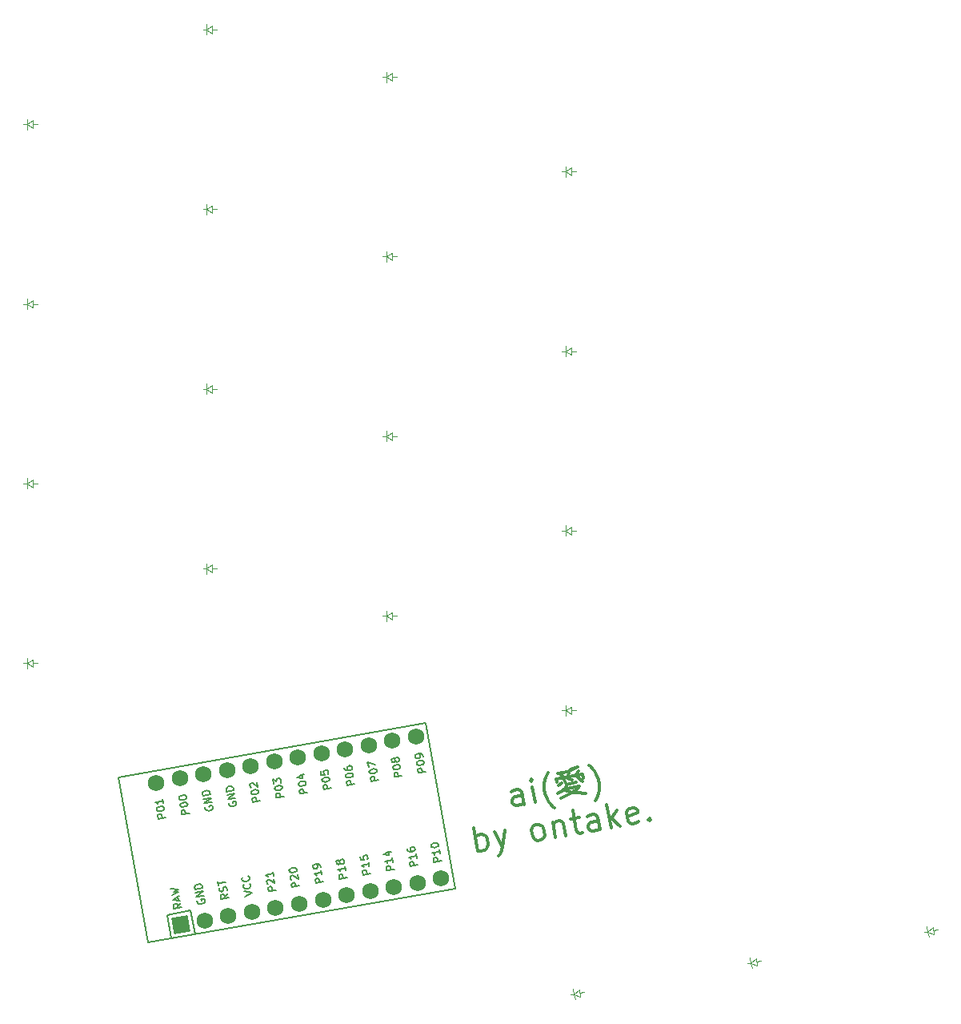
<source format=gbr>
%TF.GenerationSoftware,KiCad,Pcbnew,(6.0.4)*%
%TF.CreationDate,2022-07-19T16:53:05+02:00*%
%TF.ProjectId,macropad_routed_rounded_jlc,6d616372-6f70-4616-945f-726f75746564,v1.0.0*%
%TF.SameCoordinates,Original*%
%TF.FileFunction,Legend,Top*%
%TF.FilePolarity,Positive*%
%FSLAX46Y46*%
G04 Gerber Fmt 4.6, Leading zero omitted, Abs format (unit mm)*
G04 Created by KiCad (PCBNEW (6.0.4)) date 2022-07-19 16:53:05*
%MOMM*%
%LPD*%
G01*
G04 APERTURE LIST*
G04 Aperture macros list*
%AMRotRect*
0 Rectangle, with rotation*
0 The origin of the aperture is its center*
0 $1 length*
0 $2 width*
0 $3 Rotation angle, in degrees counterclockwise*
0 Add horizontal line*
21,1,$1,$2,0,0,$3*%
G04 Aperture macros list end*
%ADD10C,0.300000*%
%ADD11C,0.150000*%
%ADD12C,0.100000*%
%ADD13RotRect,1.752600X1.752600X10.000000*%
%ADD14C,1.752600*%
G04 APERTURE END LIST*
D10*
X123368000Y-150022016D02*
X123140603Y-148732387D01*
X122982020Y-148518581D01*
X122726869Y-148442687D01*
X122257913Y-148525377D01*
X122044107Y-148683961D01*
X123347327Y-149904777D02*
X123133522Y-150063361D01*
X122547327Y-150166723D01*
X122292176Y-150090829D01*
X122133592Y-149877023D01*
X122092248Y-149642545D01*
X122168142Y-149387395D01*
X122381947Y-149228811D01*
X122968143Y-149125449D01*
X123181948Y-148966865D01*
X124540390Y-149815292D02*
X124250976Y-148173946D01*
X124106270Y-147353273D02*
X124009703Y-147491184D01*
X124147614Y-147587751D01*
X124244181Y-147449839D01*
X124106270Y-147353273D01*
X124147614Y-147587751D01*
X126581593Y-150422446D02*
X126443682Y-150325879D01*
X126147187Y-150015507D01*
X125988603Y-149801701D01*
X125809347Y-149470657D01*
X125588746Y-148905134D01*
X125506056Y-148436178D01*
X125519933Y-147829311D01*
X125575155Y-147456921D01*
X125651049Y-147201771D01*
X125823510Y-146808709D01*
X125920077Y-146670797D01*
X127830164Y-147905491D02*
X128885315Y-147719439D01*
X127561137Y-148436464D02*
X129202483Y-148147051D01*
X126768218Y-147367436D02*
X126830235Y-147719153D01*
X126768218Y-147367436D02*
X129581954Y-146871298D01*
X129643971Y-147223015D01*
X127154484Y-146815790D02*
X127430307Y-147008924D01*
X129037104Y-147209138D02*
X129588749Y-147595405D01*
X129147547Y-146464360D02*
X128761281Y-147016005D01*
X127319863Y-147753703D02*
X127009491Y-148050198D01*
X127630235Y-147457207D02*
X127830164Y-147905491D01*
X127961280Y-147277951D02*
X128471581Y-147429739D01*
X127850836Y-148022730D02*
X127678376Y-148415792D01*
X126919720Y-148912216D01*
X129105916Y-148284962D02*
X128464499Y-148760713D01*
X127236887Y-149339827D01*
X127699048Y-148533031D02*
X128464499Y-148760713D01*
X128954128Y-148795263D01*
X129933385Y-148864362D01*
X129085530Y-146112642D02*
X128285529Y-146374588D01*
X129085530Y-146112642D02*
X127954485Y-146553845D01*
X126899334Y-146739896D01*
X128092396Y-146650411D02*
X128037174Y-147022801D01*
X130919437Y-149657567D02*
X131016004Y-149519656D01*
X131188465Y-149126594D01*
X131264359Y-148871443D01*
X131319581Y-148499054D01*
X131333458Y-147892186D01*
X131250768Y-147423230D01*
X131030167Y-146857708D01*
X130850911Y-146526663D01*
X130692327Y-146312857D01*
X130395832Y-146002485D01*
X130257920Y-145905918D01*
X118498080Y-154967806D02*
X118063960Y-152505787D01*
X118229339Y-153443699D02*
X118443145Y-153285115D01*
X118912101Y-153202426D01*
X119167251Y-153278320D01*
X119305163Y-153374886D01*
X119463747Y-153588692D01*
X119587781Y-154292126D01*
X119511887Y-154547277D01*
X119415320Y-154685188D01*
X119201515Y-154843772D01*
X118732558Y-154926462D01*
X118477408Y-154850567D01*
X120201730Y-152975029D02*
X121077339Y-154513013D01*
X121374120Y-152768305D02*
X121077339Y-154513013D01*
X120946223Y-155140553D01*
X120849656Y-155278465D01*
X120635851Y-155437049D01*
X124828987Y-153851497D02*
X124573837Y-153775602D01*
X124435926Y-153679036D01*
X124277342Y-153465230D01*
X124153307Y-152761796D01*
X124229202Y-152506646D01*
X124325768Y-152368734D01*
X124539574Y-152210150D01*
X124891291Y-152148133D01*
X125146441Y-152224027D01*
X125284353Y-152320594D01*
X125442936Y-152534400D01*
X125566971Y-153237834D01*
X125491077Y-153492984D01*
X125394510Y-153630896D01*
X125180704Y-153789479D01*
X124828987Y-153851497D01*
X126415398Y-151879392D02*
X126704812Y-153520738D01*
X126456743Y-152113870D02*
X126553309Y-151975959D01*
X126767115Y-151817375D01*
X127118832Y-151755358D01*
X127373983Y-151831252D01*
X127532566Y-152045057D01*
X127759963Y-153334687D01*
X128291222Y-151548634D02*
X129229134Y-151383254D01*
X128498233Y-150665943D02*
X128870336Y-152776245D01*
X129028920Y-152990051D01*
X129284070Y-153065945D01*
X129518548Y-153024601D01*
X131394372Y-152693842D02*
X131166976Y-151404213D01*
X131008392Y-151190407D01*
X130753242Y-151114513D01*
X130284286Y-151197203D01*
X130070480Y-151355786D01*
X131373700Y-152576603D02*
X131159894Y-152735187D01*
X130573699Y-152838549D01*
X130318549Y-152762655D01*
X130159965Y-152548849D01*
X130118620Y-152314371D01*
X130194514Y-152059221D01*
X130408320Y-151900637D01*
X130994515Y-151797275D01*
X131208321Y-151638691D01*
X132566763Y-152487118D02*
X132132642Y-150025099D01*
X132635861Y-151507861D02*
X133504675Y-152321739D01*
X133215261Y-150680393D02*
X132442728Y-151783684D01*
X135477066Y-151853069D02*
X135263260Y-152011653D01*
X134794304Y-152094342D01*
X134539154Y-152018448D01*
X134380570Y-151804643D01*
X134215190Y-150866730D01*
X134291085Y-150611580D01*
X134504890Y-150452996D01*
X134973846Y-150370307D01*
X135228997Y-150446201D01*
X135387581Y-150660006D01*
X135428925Y-150894484D01*
X134297880Y-151335687D01*
X136628783Y-151529106D02*
X136766695Y-151625673D01*
X136670128Y-151763584D01*
X136532217Y-151667017D01*
X136628783Y-151529106D01*
X136670128Y-151763584D01*
D11*
%TO.C,MCU1*%
X109621795Y-156887171D02*
X108833949Y-157026089D01*
X108781027Y-156725957D01*
X108805314Y-156644309D01*
X108836215Y-156600178D01*
X108904633Y-156549431D01*
X109017182Y-156529585D01*
X109098830Y-156553871D01*
X109142962Y-156584773D01*
X109193709Y-156653191D01*
X109246630Y-156953322D01*
X109410110Y-155686643D02*
X109489492Y-156136841D01*
X109449801Y-155911742D02*
X108661954Y-156050661D01*
X108787734Y-156105848D01*
X108875997Y-156167651D01*
X108926744Y-156236069D01*
X108765806Y-155103959D02*
X109291036Y-155011346D01*
X108498750Y-155344463D02*
X109094573Y-155432818D01*
X109008576Y-154945103D01*
X95447714Y-149638348D02*
X94659868Y-149777266D01*
X94606946Y-149477134D01*
X94631233Y-149395486D01*
X94662134Y-149351355D01*
X94730552Y-149300608D01*
X94843101Y-149280762D01*
X94924749Y-149305048D01*
X94968881Y-149335950D01*
X95019628Y-149404368D01*
X95072549Y-149704499D01*
X94494488Y-148839354D02*
X94481258Y-148764321D01*
X94505544Y-148682673D01*
X94536446Y-148638541D01*
X94604863Y-148587795D01*
X94748314Y-148523817D01*
X94935897Y-148490742D01*
X95092578Y-148501797D01*
X95174226Y-148526084D01*
X95218358Y-148556985D01*
X95269104Y-148625403D01*
X95282335Y-148700436D01*
X95258049Y-148782084D01*
X95227147Y-148826215D01*
X95158729Y-148876962D01*
X95015279Y-148940939D01*
X94827696Y-148974015D01*
X94671015Y-148962959D01*
X94589367Y-148938673D01*
X94545235Y-148907772D01*
X94494488Y-148839354D01*
X94470294Y-148263377D02*
X94426162Y-148232475D01*
X94375415Y-148164057D01*
X94342340Y-147976475D01*
X94366626Y-147894827D01*
X94397527Y-147850695D01*
X94465945Y-147799948D01*
X94540978Y-147786718D01*
X94660142Y-147804389D01*
X95189722Y-148175205D01*
X95103725Y-147687491D01*
X105453361Y-147874083D02*
X104665515Y-148013001D01*
X104612593Y-147712869D01*
X104636880Y-147631221D01*
X104667781Y-147587090D01*
X104736199Y-147536343D01*
X104848748Y-147516497D01*
X104930396Y-147540783D01*
X104974528Y-147571685D01*
X105025275Y-147640103D01*
X105078196Y-147940234D01*
X104500135Y-147075089D02*
X104486905Y-147000056D01*
X104511191Y-146918408D01*
X104542093Y-146874276D01*
X104610510Y-146823530D01*
X104753961Y-146759552D01*
X104941544Y-146726477D01*
X105098225Y-146737532D01*
X105179873Y-146761819D01*
X105224005Y-146792720D01*
X105274751Y-146861138D01*
X105287982Y-146936171D01*
X105263696Y-147017819D01*
X105232794Y-147061950D01*
X105164376Y-147112697D01*
X105020926Y-147176674D01*
X104833343Y-147209750D01*
X104676662Y-147198694D01*
X104595014Y-147174408D01*
X104550882Y-147143507D01*
X104500135Y-147075089D01*
X104334756Y-146137177D02*
X104361217Y-146287243D01*
X104411964Y-146355661D01*
X104456095Y-146386562D01*
X104581875Y-146441750D01*
X104738556Y-146452805D01*
X105038688Y-146399884D01*
X105107106Y-146349137D01*
X105138007Y-146305006D01*
X105162293Y-146223357D01*
X105135833Y-146073291D01*
X105085086Y-146004874D01*
X105040954Y-145973972D01*
X104959306Y-145949686D01*
X104771724Y-145982762D01*
X104703306Y-146033509D01*
X104672405Y-146077641D01*
X104648119Y-146159289D01*
X104674579Y-146309355D01*
X104725326Y-146377772D01*
X104769458Y-146408674D01*
X104851106Y-146432960D01*
X89631717Y-150296378D02*
X89607431Y-150378026D01*
X89627276Y-150490575D01*
X89684638Y-150596509D01*
X89772902Y-150658312D01*
X89854550Y-150682598D01*
X90011231Y-150693654D01*
X90123780Y-150673809D01*
X90267231Y-150609831D01*
X90335649Y-150559085D01*
X90397452Y-150470821D01*
X90415123Y-150351657D01*
X90401892Y-150276624D01*
X90344530Y-150170689D01*
X90300399Y-150139788D01*
X90037783Y-150186094D01*
X90064244Y-150336160D01*
X90315895Y-149788909D02*
X89528049Y-149927828D01*
X90236513Y-149338711D01*
X89448667Y-149477630D01*
X90170361Y-148963547D02*
X89382515Y-149102465D01*
X89349439Y-148914883D01*
X89367110Y-148795718D01*
X89428913Y-148707455D01*
X89497331Y-148656708D01*
X89640782Y-148592731D01*
X89753331Y-148572885D01*
X89910012Y-148583941D01*
X89991660Y-148608227D01*
X90079924Y-148670030D01*
X90137286Y-148775964D01*
X90170361Y-148963547D01*
X112123207Y-156446105D02*
X111335361Y-156585023D01*
X111282439Y-156284891D01*
X111306726Y-156203243D01*
X111337627Y-156159112D01*
X111406045Y-156108365D01*
X111518594Y-156088519D01*
X111600242Y-156112805D01*
X111644374Y-156143707D01*
X111695121Y-156212125D01*
X111748042Y-156512256D01*
X111911522Y-155245577D02*
X111990904Y-155695775D01*
X111951213Y-155470676D02*
X111163366Y-155609595D01*
X111289146Y-155664782D01*
X111377409Y-155726585D01*
X111428156Y-155795003D01*
X111004602Y-154709199D02*
X111031063Y-154859265D01*
X111081810Y-154927683D01*
X111125941Y-154958584D01*
X111251721Y-155013772D01*
X111408402Y-155024827D01*
X111708534Y-154971906D01*
X111776952Y-154921159D01*
X111807853Y-154877028D01*
X111832139Y-154795379D01*
X111805679Y-154645313D01*
X111754932Y-154576896D01*
X111710800Y-154545994D01*
X111629152Y-154521708D01*
X111441570Y-154554784D01*
X111373152Y-154605531D01*
X111342251Y-154649663D01*
X111317965Y-154731311D01*
X111344425Y-154881377D01*
X111395172Y-154949794D01*
X111439304Y-154980696D01*
X111520952Y-155004982D01*
X87943479Y-150961547D02*
X87155633Y-151100465D01*
X87102711Y-150800333D01*
X87126998Y-150718685D01*
X87157899Y-150674554D01*
X87226317Y-150623807D01*
X87338866Y-150603961D01*
X87420514Y-150628247D01*
X87464646Y-150659149D01*
X87515393Y-150727567D01*
X87568314Y-151027698D01*
X86990253Y-150162553D02*
X86977023Y-150087520D01*
X87001309Y-150005872D01*
X87032211Y-149961740D01*
X87100628Y-149910994D01*
X87244079Y-149847016D01*
X87431662Y-149813941D01*
X87588343Y-149824996D01*
X87669991Y-149849283D01*
X87714123Y-149880184D01*
X87764869Y-149948602D01*
X87778100Y-150023635D01*
X87753814Y-150105283D01*
X87722912Y-150149414D01*
X87654494Y-150200161D01*
X87511044Y-150264138D01*
X87323461Y-150297214D01*
X87166780Y-150286158D01*
X87085132Y-150261872D01*
X87041000Y-150230971D01*
X86990253Y-150162553D01*
X86857950Y-149412223D02*
X86844720Y-149337190D01*
X86869006Y-149255542D01*
X86899907Y-149211411D01*
X86968325Y-149160664D01*
X87111776Y-149096687D01*
X87299358Y-149063611D01*
X87456039Y-149074667D01*
X87537688Y-149098953D01*
X87581819Y-149129854D01*
X87632566Y-149198272D01*
X87645796Y-149273305D01*
X87621510Y-149354953D01*
X87590609Y-149399085D01*
X87522191Y-149449832D01*
X87378740Y-149513809D01*
X87191158Y-149546885D01*
X87034477Y-149535829D01*
X86952829Y-149511543D01*
X86908697Y-149480641D01*
X86857950Y-149412223D01*
X93842017Y-159766279D02*
X94583557Y-159364745D01*
X93749404Y-159241048D01*
X94336529Y-158402546D02*
X94380661Y-158433448D01*
X94438023Y-158539382D01*
X94451253Y-158614415D01*
X94433582Y-158733580D01*
X94371780Y-158821843D01*
X94303362Y-158872590D01*
X94159911Y-158936567D01*
X94047362Y-158956412D01*
X93890681Y-158945356D01*
X93809032Y-158921070D01*
X93720769Y-158859268D01*
X93663407Y-158753333D01*
X93650177Y-158678300D01*
X93667848Y-158559136D01*
X93698749Y-158515004D01*
X94197611Y-157614700D02*
X94241742Y-157645601D01*
X94299104Y-157751536D01*
X94312335Y-157826569D01*
X94294664Y-157945733D01*
X94232861Y-158033997D01*
X94164443Y-158084743D01*
X94020993Y-158148721D01*
X93908443Y-158168566D01*
X93751762Y-158157510D01*
X93670114Y-158133224D01*
X93581851Y-158071422D01*
X93524489Y-157965487D01*
X93511258Y-157890454D01*
X93528929Y-157771290D01*
X93559830Y-157727158D01*
X110456184Y-146991950D02*
X109668338Y-147130868D01*
X109615416Y-146830736D01*
X109639703Y-146749088D01*
X109670604Y-146704957D01*
X109739022Y-146654210D01*
X109851571Y-146634364D01*
X109933219Y-146658650D01*
X109977351Y-146689552D01*
X110028098Y-146757970D01*
X110081019Y-147058101D01*
X109502958Y-146192956D02*
X109489728Y-146117923D01*
X109514014Y-146036275D01*
X109544916Y-145992143D01*
X109613333Y-145941397D01*
X109756784Y-145877419D01*
X109944367Y-145844344D01*
X110101048Y-145855399D01*
X110182696Y-145879686D01*
X110226828Y-145910587D01*
X110277574Y-145979005D01*
X110290805Y-146054038D01*
X110266519Y-146135686D01*
X110235617Y-146179817D01*
X110167199Y-146230564D01*
X110023749Y-146294541D01*
X109836166Y-146327617D01*
X109679485Y-146316561D01*
X109597837Y-146292275D01*
X109553705Y-146261374D01*
X109502958Y-146192956D01*
X109714919Y-145420606D02*
X109690633Y-145502255D01*
X109659731Y-145546386D01*
X109591313Y-145597133D01*
X109553797Y-145603748D01*
X109472149Y-145579462D01*
X109428017Y-145548561D01*
X109377270Y-145480143D01*
X109350810Y-145330077D01*
X109375096Y-145248429D01*
X109405997Y-145204297D01*
X109474415Y-145153550D01*
X109511931Y-145146935D01*
X109593580Y-145171221D01*
X109637711Y-145202123D01*
X109688458Y-145270540D01*
X109714919Y-145420606D01*
X109765665Y-145489024D01*
X109809797Y-145519926D01*
X109891445Y-145544212D01*
X110041511Y-145517751D01*
X110109929Y-145467004D01*
X110140830Y-145422873D01*
X110165116Y-145341224D01*
X110138656Y-145191158D01*
X110087909Y-145122741D01*
X110043777Y-145091839D01*
X109962129Y-145067553D01*
X109812063Y-145094014D01*
X109743645Y-145144761D01*
X109712744Y-145188892D01*
X109688458Y-145270540D01*
X92019301Y-159449405D02*
X91690442Y-159778172D01*
X92098683Y-159899603D02*
X91310836Y-160038521D01*
X91257915Y-159738389D01*
X91282201Y-159656741D01*
X91313102Y-159612610D01*
X91381520Y-159561863D01*
X91494070Y-159542017D01*
X91575718Y-159566303D01*
X91619850Y-159597205D01*
X91670596Y-159665623D01*
X91723518Y-159965755D01*
X91928863Y-159155888D02*
X91946534Y-159036724D01*
X91913458Y-158849141D01*
X91862711Y-158780723D01*
X91818579Y-158749822D01*
X91736931Y-158725536D01*
X91661898Y-158738766D01*
X91593480Y-158789513D01*
X91562579Y-158833645D01*
X91538293Y-158915293D01*
X91527237Y-159071974D01*
X91502951Y-159153622D01*
X91472050Y-159197754D01*
X91403632Y-159248501D01*
X91328599Y-159261731D01*
X91246951Y-159237445D01*
X91202819Y-159206543D01*
X91152072Y-159138126D01*
X91118996Y-158950543D01*
X91136667Y-158831379D01*
X91059460Y-158612895D02*
X90980078Y-158162697D01*
X91807615Y-158248877D02*
X91019769Y-158387796D01*
X87036323Y-160444086D02*
X86707464Y-160772854D01*
X87115705Y-160894284D02*
X86327859Y-161033203D01*
X86274938Y-160733071D01*
X86299224Y-160651423D01*
X86330125Y-160607291D01*
X86398543Y-160556544D01*
X86511092Y-160536699D01*
X86592740Y-160560985D01*
X86636872Y-160591886D01*
X86687619Y-160660304D01*
X86740540Y-160960436D01*
X86758303Y-160183646D02*
X86692151Y-159808481D01*
X86996632Y-160218988D02*
X86162480Y-160095291D01*
X86904020Y-159693757D01*
X86083098Y-159645093D02*
X86837868Y-159318592D01*
X86248660Y-159267753D01*
X86784947Y-159018460D01*
X85964025Y-158969796D01*
X107954773Y-147433016D02*
X107166927Y-147571934D01*
X107114005Y-147271802D01*
X107138292Y-147190154D01*
X107169193Y-147146023D01*
X107237611Y-147095276D01*
X107350160Y-147075430D01*
X107431808Y-147099716D01*
X107475940Y-147130618D01*
X107526687Y-147199036D01*
X107579608Y-147499167D01*
X107001547Y-146634022D02*
X106988317Y-146558989D01*
X107012603Y-146477341D01*
X107043505Y-146433209D01*
X107111922Y-146382463D01*
X107255373Y-146318485D01*
X107442956Y-146285410D01*
X107599637Y-146296465D01*
X107681285Y-146320752D01*
X107725417Y-146351653D01*
X107776163Y-146420071D01*
X107789394Y-146495104D01*
X107765108Y-146576752D01*
X107734206Y-146620883D01*
X107665788Y-146671630D01*
X107522338Y-146735607D01*
X107334755Y-146768683D01*
X107178074Y-146757627D01*
X107096426Y-146733341D01*
X107052294Y-146702440D01*
X107001547Y-146634022D01*
X106908935Y-146108791D02*
X106816323Y-145583561D01*
X107663705Y-145782290D01*
X97114737Y-159092503D02*
X96326891Y-159231421D01*
X96273969Y-158931289D01*
X96298256Y-158849641D01*
X96329157Y-158805510D01*
X96397575Y-158754763D01*
X96510124Y-158734917D01*
X96591772Y-158759203D01*
X96635904Y-158790105D01*
X96686651Y-158858523D01*
X96739572Y-159158654D01*
X96269620Y-158467861D02*
X96225489Y-158436960D01*
X96174742Y-158368542D01*
X96141666Y-158180960D01*
X96165952Y-158099312D01*
X96196853Y-158055180D01*
X96265271Y-158004433D01*
X96340304Y-157991203D01*
X96459469Y-158008874D01*
X96989049Y-158379690D01*
X96903052Y-157891975D01*
X96770748Y-157141646D02*
X96850130Y-157591843D01*
X96810439Y-157366744D02*
X96022593Y-157505663D01*
X96148373Y-157560850D01*
X96236636Y-157622653D01*
X96287383Y-157691071D01*
X88797328Y-160191599D02*
X88773042Y-160273247D01*
X88792887Y-160385796D01*
X88850249Y-160491730D01*
X88938513Y-160553533D01*
X89020161Y-160577819D01*
X89176842Y-160588875D01*
X89289391Y-160569030D01*
X89432842Y-160505052D01*
X89501260Y-160454306D01*
X89563063Y-160366042D01*
X89580734Y-160246878D01*
X89567503Y-160171845D01*
X89510141Y-160065910D01*
X89466010Y-160035009D01*
X89203394Y-160081315D01*
X89229855Y-160231381D01*
X89481506Y-159684130D02*
X88693660Y-159823049D01*
X89402124Y-159233932D01*
X88614278Y-159372851D01*
X89335972Y-158858768D02*
X88548126Y-158997686D01*
X88515050Y-158810104D01*
X88532721Y-158690939D01*
X88594524Y-158602676D01*
X88662942Y-158551929D01*
X88806393Y-158487952D01*
X88918942Y-158468106D01*
X89075623Y-158479162D01*
X89157271Y-158503448D01*
X89245535Y-158565251D01*
X89302897Y-158671185D01*
X89335972Y-158858768D01*
X107120383Y-157328237D02*
X106332537Y-157467155D01*
X106279615Y-157167023D01*
X106303902Y-157085375D01*
X106334803Y-157041244D01*
X106403221Y-156990497D01*
X106515770Y-156970651D01*
X106597418Y-156994937D01*
X106641550Y-157025839D01*
X106692297Y-157094257D01*
X106745218Y-157394388D01*
X106908698Y-156127709D02*
X106988080Y-156577907D01*
X106948389Y-156352808D02*
X106160542Y-156491727D01*
X106286322Y-156546914D01*
X106374585Y-156608717D01*
X106425332Y-156677135D01*
X105995163Y-155553815D02*
X106061315Y-155928979D01*
X106443095Y-155900344D01*
X106398963Y-155869443D01*
X106348216Y-155801025D01*
X106315141Y-155613443D01*
X106339427Y-155531795D01*
X106370328Y-155487663D01*
X106438746Y-155436916D01*
X106626328Y-155403840D01*
X106707976Y-155428126D01*
X106752108Y-155459028D01*
X106802855Y-155527445D01*
X106835931Y-155715028D01*
X106811645Y-155796676D01*
X106780743Y-155840808D01*
X99616148Y-158651436D02*
X98828302Y-158790354D01*
X98775380Y-158490222D01*
X98799667Y-158408574D01*
X98830568Y-158364443D01*
X98898986Y-158313696D01*
X99011535Y-158293850D01*
X99093183Y-158318136D01*
X99137315Y-158349038D01*
X99188062Y-158417456D01*
X99240983Y-158717587D01*
X98771031Y-158026794D02*
X98726900Y-157995893D01*
X98676153Y-157927475D01*
X98643077Y-157739893D01*
X98667363Y-157658245D01*
X98698264Y-157614113D01*
X98766682Y-157563366D01*
X98841715Y-157550136D01*
X98960880Y-157567807D01*
X99490460Y-157938623D01*
X99404463Y-157450908D01*
X98530619Y-157102112D02*
X98517389Y-157027079D01*
X98541675Y-156945431D01*
X98572576Y-156901300D01*
X98640994Y-156850553D01*
X98784445Y-156786576D01*
X98972027Y-156753500D01*
X99128708Y-156764556D01*
X99210357Y-156788842D01*
X99254488Y-156819743D01*
X99305235Y-156888161D01*
X99318465Y-156963194D01*
X99294179Y-157044842D01*
X99263278Y-157088974D01*
X99194860Y-157139721D01*
X99051409Y-157203698D01*
X98863827Y-157236774D01*
X98707146Y-157225718D01*
X98625498Y-157201432D01*
X98581366Y-157170530D01*
X98530619Y-157102112D01*
X102117560Y-158210370D02*
X101329714Y-158349288D01*
X101276792Y-158049156D01*
X101301079Y-157967508D01*
X101331980Y-157923377D01*
X101400398Y-157872630D01*
X101512947Y-157852784D01*
X101594595Y-157877070D01*
X101638727Y-157907972D01*
X101689474Y-157976390D01*
X101742395Y-158276521D01*
X101905875Y-157009842D02*
X101985257Y-157460040D01*
X101945566Y-157234941D02*
X101157719Y-157373860D01*
X101283499Y-157429047D01*
X101371762Y-157490850D01*
X101422509Y-157559268D01*
X101839723Y-156634677D02*
X101813262Y-156484611D01*
X101762515Y-156416194D01*
X101718384Y-156385292D01*
X101592604Y-156330105D01*
X101435923Y-156319049D01*
X101135791Y-156371970D01*
X101067373Y-156422717D01*
X101036472Y-156466849D01*
X101012186Y-156548497D01*
X101038646Y-156698563D01*
X101089393Y-156766981D01*
X101133525Y-156797882D01*
X101215173Y-156822168D01*
X101402755Y-156789092D01*
X101471173Y-156738346D01*
X101502074Y-156694214D01*
X101526361Y-156612566D01*
X101499900Y-156462500D01*
X101449153Y-156394082D01*
X101405021Y-156363181D01*
X101323373Y-156338895D01*
X97949126Y-149197282D02*
X97161280Y-149336200D01*
X97108358Y-149036068D01*
X97132645Y-148954420D01*
X97163546Y-148910289D01*
X97231964Y-148859542D01*
X97344513Y-148839696D01*
X97426161Y-148863982D01*
X97470293Y-148894884D01*
X97521040Y-148963302D01*
X97573961Y-149263433D01*
X96995900Y-148398288D02*
X96982670Y-148323255D01*
X97006956Y-148241607D01*
X97037858Y-148197475D01*
X97106275Y-148146729D01*
X97249726Y-148082751D01*
X97437309Y-148049676D01*
X97593990Y-148060731D01*
X97675638Y-148085018D01*
X97719770Y-148115919D01*
X97770516Y-148184337D01*
X97783747Y-148259370D01*
X97759461Y-148341018D01*
X97728559Y-148385149D01*
X97660141Y-148435896D01*
X97516691Y-148499873D01*
X97329108Y-148532949D01*
X97172427Y-148521893D01*
X97090779Y-148497607D01*
X97046647Y-148466706D01*
X96995900Y-148398288D01*
X96903288Y-147873057D02*
X96817291Y-147385343D01*
X97163729Y-147595037D01*
X97143884Y-147482488D01*
X97168170Y-147400840D01*
X97199071Y-147356708D01*
X97267489Y-147305961D01*
X97455071Y-147272885D01*
X97536719Y-147297171D01*
X97580851Y-147328073D01*
X97631598Y-147396490D01*
X97671289Y-147621589D01*
X97647003Y-147703238D01*
X97616101Y-147747369D01*
X100450538Y-148756216D02*
X99662692Y-148895134D01*
X99609770Y-148595002D01*
X99634057Y-148513354D01*
X99664958Y-148469223D01*
X99733376Y-148418476D01*
X99845925Y-148398630D01*
X99927573Y-148422916D01*
X99971705Y-148453818D01*
X100022452Y-148522236D01*
X100075373Y-148822367D01*
X99497312Y-147957222D02*
X99484082Y-147882189D01*
X99508368Y-147800541D01*
X99539270Y-147756409D01*
X99607687Y-147705663D01*
X99751138Y-147641685D01*
X99938721Y-147608610D01*
X100095402Y-147619665D01*
X100177050Y-147643952D01*
X100221182Y-147674853D01*
X100271928Y-147743271D01*
X100285159Y-147818304D01*
X100260873Y-147899952D01*
X100229971Y-147944083D01*
X100161553Y-147994830D01*
X100018103Y-148058807D01*
X99830520Y-148091883D01*
X99673839Y-148080827D01*
X99592191Y-148056541D01*
X99548059Y-148025640D01*
X99497312Y-147957222D01*
X99594549Y-146973004D02*
X100119779Y-146880391D01*
X99327493Y-147213508D02*
X99923316Y-147301863D01*
X99837319Y-146814148D01*
X92133129Y-149855312D02*
X92108843Y-149936960D01*
X92128688Y-150049509D01*
X92186050Y-150155443D01*
X92274314Y-150217246D01*
X92355962Y-150241532D01*
X92512643Y-150252588D01*
X92625192Y-150232743D01*
X92768643Y-150168765D01*
X92837061Y-150118019D01*
X92898864Y-150029755D01*
X92916535Y-149910591D01*
X92903304Y-149835558D01*
X92845942Y-149729623D01*
X92801811Y-149698722D01*
X92539195Y-149745028D01*
X92565656Y-149895094D01*
X92817307Y-149347843D02*
X92029461Y-149486762D01*
X92737925Y-148897645D01*
X91950079Y-149036564D01*
X92671773Y-148522481D02*
X91883927Y-148661399D01*
X91850851Y-148473817D01*
X91868522Y-148354652D01*
X91930325Y-148266389D01*
X91998743Y-148215642D01*
X92142194Y-148151665D01*
X92254743Y-148131819D01*
X92411424Y-148142875D01*
X92493072Y-148167161D01*
X92581336Y-148228964D01*
X92638698Y-148334898D01*
X92671773Y-148522481D01*
X112957596Y-146550884D02*
X112169750Y-146689802D01*
X112116828Y-146389670D01*
X112141115Y-146308022D01*
X112172016Y-146263891D01*
X112240434Y-146213144D01*
X112352983Y-146193298D01*
X112434631Y-146217584D01*
X112478763Y-146248486D01*
X112529510Y-146316904D01*
X112582431Y-146617035D01*
X112004370Y-145751890D02*
X111991140Y-145676857D01*
X112015426Y-145595209D01*
X112046328Y-145551077D01*
X112114745Y-145500331D01*
X112258196Y-145436353D01*
X112445779Y-145403278D01*
X112602460Y-145414333D01*
X112684108Y-145438620D01*
X112728240Y-145469521D01*
X112778986Y-145537939D01*
X112792217Y-145612972D01*
X112767931Y-145694620D01*
X112737029Y-145738751D01*
X112668611Y-145789498D01*
X112525161Y-145853475D01*
X112337578Y-145886551D01*
X112180897Y-145875495D01*
X112099249Y-145851209D01*
X112055117Y-145820308D01*
X112004370Y-145751890D01*
X112679759Y-144975191D02*
X112653298Y-144825125D01*
X112602551Y-144756708D01*
X112558420Y-144725806D01*
X112432640Y-144670619D01*
X112275959Y-144659563D01*
X111975827Y-144712484D01*
X111907409Y-144763231D01*
X111876508Y-144807363D01*
X111852222Y-144889011D01*
X111878682Y-145039077D01*
X111929429Y-145107495D01*
X111973561Y-145138396D01*
X112055209Y-145162682D01*
X112242791Y-145129606D01*
X112311209Y-145078860D01*
X112342110Y-145034728D01*
X112366397Y-144953080D01*
X112339936Y-144803014D01*
X112289189Y-144734596D01*
X112245057Y-144703695D01*
X112163409Y-144679409D01*
X114624619Y-156005038D02*
X113836773Y-156143956D01*
X113783851Y-155843824D01*
X113808138Y-155762176D01*
X113839039Y-155718045D01*
X113907457Y-155667298D01*
X114020006Y-155647452D01*
X114101654Y-155671738D01*
X114145786Y-155702640D01*
X114196533Y-155771058D01*
X114249454Y-156071189D01*
X114412934Y-154804510D02*
X114492316Y-155254708D01*
X114452625Y-155029609D02*
X113664778Y-155168528D01*
X113790558Y-155223715D01*
X113878821Y-155285518D01*
X113929568Y-155353936D01*
X113539090Y-154455714D02*
X113525860Y-154380681D01*
X113550146Y-154299033D01*
X113581047Y-154254902D01*
X113649465Y-154204155D01*
X113792916Y-154140178D01*
X113980498Y-154107102D01*
X114137179Y-154118158D01*
X114218828Y-154142444D01*
X114262959Y-154173345D01*
X114313706Y-154241763D01*
X114326936Y-154316796D01*
X114302650Y-154398444D01*
X114271749Y-154442576D01*
X114203331Y-154493323D01*
X114059880Y-154557300D01*
X113872298Y-154590376D01*
X113715617Y-154579320D01*
X113633969Y-154555034D01*
X113589837Y-154524132D01*
X113539090Y-154455714D01*
X104618972Y-157769304D02*
X103831126Y-157908222D01*
X103778204Y-157608090D01*
X103802491Y-157526442D01*
X103833392Y-157482311D01*
X103901810Y-157431564D01*
X104014359Y-157411718D01*
X104096007Y-157436004D01*
X104140139Y-157466906D01*
X104190886Y-157535324D01*
X104243807Y-157835455D01*
X104407287Y-156568776D02*
X104486669Y-157018974D01*
X104446978Y-156793875D02*
X103659131Y-156932794D01*
X103784911Y-156987981D01*
X103873174Y-157049784D01*
X103923921Y-157118202D01*
X103877707Y-156197960D02*
X103853421Y-156279609D01*
X103822519Y-156323740D01*
X103754101Y-156374487D01*
X103716585Y-156381102D01*
X103634937Y-156356816D01*
X103590805Y-156325915D01*
X103540058Y-156257497D01*
X103513598Y-156107431D01*
X103537884Y-156025783D01*
X103568785Y-155981651D01*
X103637203Y-155930904D01*
X103674719Y-155924289D01*
X103756368Y-155948575D01*
X103800499Y-155979477D01*
X103851246Y-156047894D01*
X103877707Y-156197960D01*
X103928453Y-156266378D01*
X103972585Y-156297280D01*
X104054233Y-156321566D01*
X104204299Y-156295105D01*
X104272717Y-156244358D01*
X104303618Y-156200227D01*
X104327904Y-156118578D01*
X104301444Y-155968512D01*
X104250697Y-155900095D01*
X104206565Y-155869193D01*
X104124917Y-155844907D01*
X103974851Y-155871368D01*
X103906433Y-155922115D01*
X103875532Y-155966246D01*
X103851246Y-156047894D01*
X102951949Y-148315149D02*
X102164103Y-148454067D01*
X102111181Y-148153935D01*
X102135468Y-148072287D01*
X102166369Y-148028156D01*
X102234787Y-147977409D01*
X102347336Y-147957563D01*
X102428984Y-147981849D01*
X102473116Y-148012751D01*
X102523863Y-148081169D01*
X102576784Y-148381300D01*
X101998723Y-147516155D02*
X101985493Y-147441122D01*
X102009779Y-147359474D01*
X102040681Y-147315342D01*
X102109098Y-147264596D01*
X102252549Y-147200618D01*
X102440132Y-147167543D01*
X102596813Y-147178598D01*
X102678461Y-147202885D01*
X102722593Y-147233786D01*
X102773339Y-147302204D01*
X102786570Y-147377237D01*
X102762284Y-147458885D01*
X102731382Y-147503016D01*
X102662964Y-147553763D01*
X102519514Y-147617740D01*
X102331931Y-147650816D01*
X102175250Y-147639760D01*
X102093602Y-147615474D01*
X102049470Y-147584573D01*
X101998723Y-147516155D01*
X101826729Y-146540727D02*
X101892881Y-146915891D01*
X102274661Y-146887256D01*
X102230529Y-146856355D01*
X102179782Y-146787937D01*
X102146707Y-146600355D01*
X102170993Y-146518707D01*
X102201894Y-146474575D01*
X102270312Y-146423828D01*
X102457894Y-146390752D01*
X102539542Y-146415038D01*
X102583674Y-146445940D01*
X102634421Y-146514357D01*
X102667497Y-146701940D01*
X102643211Y-146783588D01*
X102612309Y-146827720D01*
X85442067Y-151402614D02*
X84654221Y-151541532D01*
X84601299Y-151241400D01*
X84625586Y-151159752D01*
X84656487Y-151115621D01*
X84724905Y-151064874D01*
X84837454Y-151045028D01*
X84919102Y-151069314D01*
X84963234Y-151100216D01*
X85013981Y-151168634D01*
X85066902Y-151468765D01*
X84488841Y-150603620D02*
X84475611Y-150528587D01*
X84499897Y-150446939D01*
X84530799Y-150402807D01*
X84599216Y-150352061D01*
X84742667Y-150288083D01*
X84930250Y-150255008D01*
X85086931Y-150266063D01*
X85168579Y-150290350D01*
X85212711Y-150321251D01*
X85263457Y-150389669D01*
X85276688Y-150464702D01*
X85252402Y-150546350D01*
X85221500Y-150590481D01*
X85153082Y-150641228D01*
X85009632Y-150705205D01*
X84822049Y-150738281D01*
X84665368Y-150727225D01*
X84583720Y-150702939D01*
X84539588Y-150672038D01*
X84488841Y-150603620D01*
X85098078Y-149451757D02*
X85177460Y-149901954D01*
X85137769Y-149676855D02*
X84349923Y-149815774D01*
X84475703Y-149870961D01*
X84563966Y-149932764D01*
X84614713Y-150001182D01*
X88103857Y-161268861D02*
X88544924Y-163770273D01*
X80454636Y-147142524D02*
X83542100Y-164652406D01*
X85602446Y-161709927D02*
X88103857Y-161268861D01*
X116060452Y-158918543D02*
X112972988Y-141408661D01*
X85602446Y-161709927D02*
X86043512Y-164211339D01*
X83542100Y-164652406D02*
X116060452Y-158918543D01*
X112972988Y-141408661D02*
X80454636Y-147142524D01*
D12*
%TO.C,D1*%
X70788250Y-135100000D02*
X71388250Y-134700000D01*
X71388250Y-135100000D02*
X71888250Y-135100000D01*
X71388250Y-135500000D02*
X70788250Y-135100000D01*
X70788250Y-135100000D02*
X70788250Y-134550000D01*
X71388250Y-134700000D02*
X71388250Y-135500000D01*
X70788250Y-135100000D02*
X70788250Y-135650000D01*
X70388250Y-135100000D02*
X70788250Y-135100000D01*
%TO.C,D16*%
X127788250Y-83100000D02*
X127788250Y-82550000D01*
X127788250Y-83100000D02*
X127788250Y-83650000D01*
X128388250Y-83100000D02*
X128888250Y-83100000D01*
X128388250Y-83500000D02*
X127788250Y-83100000D01*
X127788250Y-83100000D02*
X128388250Y-82700000D01*
X128388250Y-82700000D02*
X128388250Y-83500000D01*
X127388250Y-83100000D02*
X127788250Y-83100000D01*
%TO.C,D10*%
X108788250Y-111100000D02*
X108788250Y-111650000D01*
X109388250Y-110700000D02*
X109388250Y-111500000D01*
X108788250Y-111100000D02*
X108788250Y-110550000D01*
X109388250Y-111500000D02*
X108788250Y-111100000D01*
X108788250Y-111100000D02*
X109388250Y-110700000D01*
X108388250Y-111100000D02*
X108788250Y-111100000D01*
X109388250Y-111100000D02*
X109888250Y-111100000D01*
%TO.C,D6*%
X90388250Y-106100000D02*
X90888250Y-106100000D01*
X89788250Y-106100000D02*
X89788250Y-105550000D01*
X89388250Y-106100000D02*
X89788250Y-106100000D01*
X89788250Y-106100000D02*
X90388250Y-105700000D01*
X89788250Y-106100000D02*
X89788250Y-106650000D01*
X90388250Y-105700000D02*
X90388250Y-106500000D01*
X90388250Y-106500000D02*
X89788250Y-106100000D01*
%TO.C,D8*%
X89788250Y-68100000D02*
X89788250Y-67550000D01*
X90388250Y-68500000D02*
X89788250Y-68100000D01*
X89388250Y-68100000D02*
X89788250Y-68100000D01*
X90388250Y-68100000D02*
X90888250Y-68100000D01*
X89788250Y-68100000D02*
X90388250Y-67700000D01*
X89788250Y-68100000D02*
X89788250Y-68650000D01*
X90388250Y-67700000D02*
X90388250Y-68500000D01*
%TO.C,D7*%
X89788250Y-87100000D02*
X89788250Y-87650000D01*
X90388250Y-87100000D02*
X90888250Y-87100000D01*
X89788250Y-87100000D02*
X89788250Y-86550000D01*
X90388250Y-86700000D02*
X90388250Y-87500000D01*
X90388250Y-87500000D02*
X89788250Y-87100000D01*
X89788250Y-87100000D02*
X90388250Y-86700000D01*
X89388250Y-87100000D02*
X89788250Y-87100000D01*
%TO.C,D19*%
X166084503Y-163486185D02*
X165988997Y-162944541D01*
X166084503Y-163486185D02*
X166180010Y-164027829D01*
X166744847Y-163775919D02*
X166084503Y-163486185D01*
X165690580Y-163555644D02*
X166084503Y-163486185D01*
X166605929Y-162988073D02*
X166744847Y-163775919D01*
X166084503Y-163486185D02*
X166605929Y-162988073D01*
X166675388Y-163381996D02*
X167167792Y-163295172D01*
%TO.C,D15*%
X128388250Y-101700000D02*
X128388250Y-102500000D01*
X128388250Y-102500000D02*
X127788250Y-102100000D01*
X127388250Y-102100000D02*
X127788250Y-102100000D01*
X128388250Y-102100000D02*
X128888250Y-102100000D01*
X127788250Y-102100000D02*
X127788250Y-101550000D01*
X127788250Y-102100000D02*
X127788250Y-102650000D01*
X127788250Y-102100000D02*
X128388250Y-101700000D01*
%TO.C,D14*%
X127388250Y-121100000D02*
X127788250Y-121100000D01*
X128388250Y-120700000D02*
X128388250Y-121500000D01*
X127788250Y-121100000D02*
X128388250Y-120700000D01*
X128388250Y-121100000D02*
X128888250Y-121100000D01*
X128388250Y-121500000D02*
X127788250Y-121100000D01*
X127788250Y-121100000D02*
X127788250Y-121650000D01*
X127788250Y-121100000D02*
X127788250Y-120550000D01*
%TO.C,D4*%
X70788250Y-78100000D02*
X71388250Y-77700000D01*
X70388250Y-78100000D02*
X70788250Y-78100000D01*
X71388250Y-78100000D02*
X71888250Y-78100000D01*
X70788250Y-78100000D02*
X70788250Y-77550000D01*
X71388250Y-78500000D02*
X70788250Y-78100000D01*
X71388250Y-77700000D02*
X71388250Y-78500000D01*
X70788250Y-78100000D02*
X70788250Y-78650000D01*
%TO.C,D5*%
X90388250Y-125100000D02*
X90888250Y-125100000D01*
X89788250Y-125100000D02*
X89788250Y-125650000D01*
X89388250Y-125100000D02*
X89788250Y-125100000D01*
X89788250Y-125100000D02*
X90388250Y-124700000D01*
X90388250Y-124700000D02*
X90388250Y-125500000D01*
X90388250Y-125500000D02*
X89788250Y-125100000D01*
X89788250Y-125100000D02*
X89788250Y-124550000D01*
%TO.C,D12*%
X109388250Y-73100000D02*
X109888250Y-73100000D01*
X109388250Y-73500000D02*
X108788250Y-73100000D01*
X108788250Y-73100000D02*
X109388250Y-72700000D01*
X108388250Y-73100000D02*
X108788250Y-73100000D01*
X109388250Y-72700000D02*
X109388250Y-73500000D01*
X108788250Y-73100000D02*
X108788250Y-73650000D01*
X108788250Y-73100000D02*
X108788250Y-72550000D01*
%TO.C,D17*%
X128661808Y-170084816D02*
X129183234Y-169586704D01*
X129183234Y-169586704D02*
X129322152Y-170374550D01*
X129322152Y-170374550D02*
X128661808Y-170084816D01*
X128661808Y-170084816D02*
X128566302Y-169543172D01*
X128267885Y-170154275D02*
X128661808Y-170084816D01*
X129252693Y-169980627D02*
X129745097Y-169893803D01*
X128661808Y-170084816D02*
X128757315Y-170626460D01*
%TO.C,D3*%
X70788250Y-97100000D02*
X71388250Y-96700000D01*
X71388250Y-97100000D02*
X71888250Y-97100000D01*
X70788250Y-97100000D02*
X70788250Y-96550000D01*
X71388250Y-97500000D02*
X70788250Y-97100000D01*
X70388250Y-97100000D02*
X70788250Y-97100000D01*
X70788250Y-97100000D02*
X70788250Y-97650000D01*
X71388250Y-96700000D02*
X71388250Y-97500000D01*
%TO.C,D13*%
X127388250Y-140100000D02*
X127788250Y-140100000D01*
X127788250Y-140100000D02*
X128388250Y-139700000D01*
X128388250Y-139700000D02*
X128388250Y-140500000D01*
X127788250Y-140100000D02*
X127788250Y-140650000D01*
X128388250Y-140100000D02*
X128888250Y-140100000D01*
X128388250Y-140500000D02*
X127788250Y-140100000D01*
X127788250Y-140100000D02*
X127788250Y-139550000D01*
%TO.C,D11*%
X108388250Y-92100000D02*
X108788250Y-92100000D01*
X109388250Y-91700000D02*
X109388250Y-92500000D01*
X108788250Y-92100000D02*
X108788250Y-91550000D01*
X109388250Y-92500000D02*
X108788250Y-92100000D01*
X108788250Y-92100000D02*
X109388250Y-91700000D01*
X108788250Y-92100000D02*
X108788250Y-92650000D01*
X109388250Y-92100000D02*
X109888250Y-92100000D01*
%TO.C,D2*%
X70788250Y-116100000D02*
X70788250Y-115550000D01*
X70388250Y-116100000D02*
X70788250Y-116100000D01*
X71388250Y-116100000D02*
X71888250Y-116100000D01*
X70788250Y-116100000D02*
X70788250Y-116650000D01*
X70788250Y-116100000D02*
X71388250Y-115700000D01*
X71388250Y-115700000D02*
X71388250Y-116500000D01*
X71388250Y-116500000D02*
X70788250Y-116100000D01*
%TO.C,D9*%
X109388250Y-130100000D02*
X109888250Y-130100000D01*
X108788250Y-130100000D02*
X108788250Y-130650000D01*
X109388250Y-129700000D02*
X109388250Y-130500000D01*
X108788250Y-130100000D02*
X109388250Y-129700000D01*
X109388250Y-130500000D02*
X108788250Y-130100000D01*
X108788250Y-130100000D02*
X108788250Y-129550000D01*
X108388250Y-130100000D02*
X108788250Y-130100000D01*
%TO.C,D18*%
X148033499Y-167075234D02*
X147373155Y-166785500D01*
X147964040Y-166681311D02*
X148456444Y-166594487D01*
X147373155Y-166785500D02*
X147277649Y-166243856D01*
X147373155Y-166785500D02*
X147468662Y-167327144D01*
X147894581Y-166287388D02*
X148033499Y-167075234D01*
X147373155Y-166785500D02*
X147894581Y-166287388D01*
X146979232Y-166854959D02*
X147373155Y-166785500D01*
%TD*%
D13*
%TO.C,MCU1*%
X87073685Y-162740100D03*
D14*
X89575096Y-162299034D03*
X92076508Y-161857967D03*
X94577920Y-161416901D03*
X97079332Y-160975835D03*
X99580743Y-160534768D03*
X102082155Y-160093702D03*
X104583567Y-159652636D03*
X107084978Y-159211569D03*
X109586390Y-158770503D03*
X112087802Y-158329436D03*
X114589213Y-157888370D03*
X84427287Y-147731630D03*
X86928698Y-147290564D03*
X89430110Y-146849497D03*
X91931522Y-146408431D03*
X94432933Y-145967364D03*
X96934345Y-145526298D03*
X99435757Y-145085232D03*
X101937168Y-144644165D03*
X104438580Y-144203099D03*
X106939992Y-143762033D03*
X109441404Y-143320966D03*
X111942815Y-142879900D03*
%TD*%
M02*

</source>
